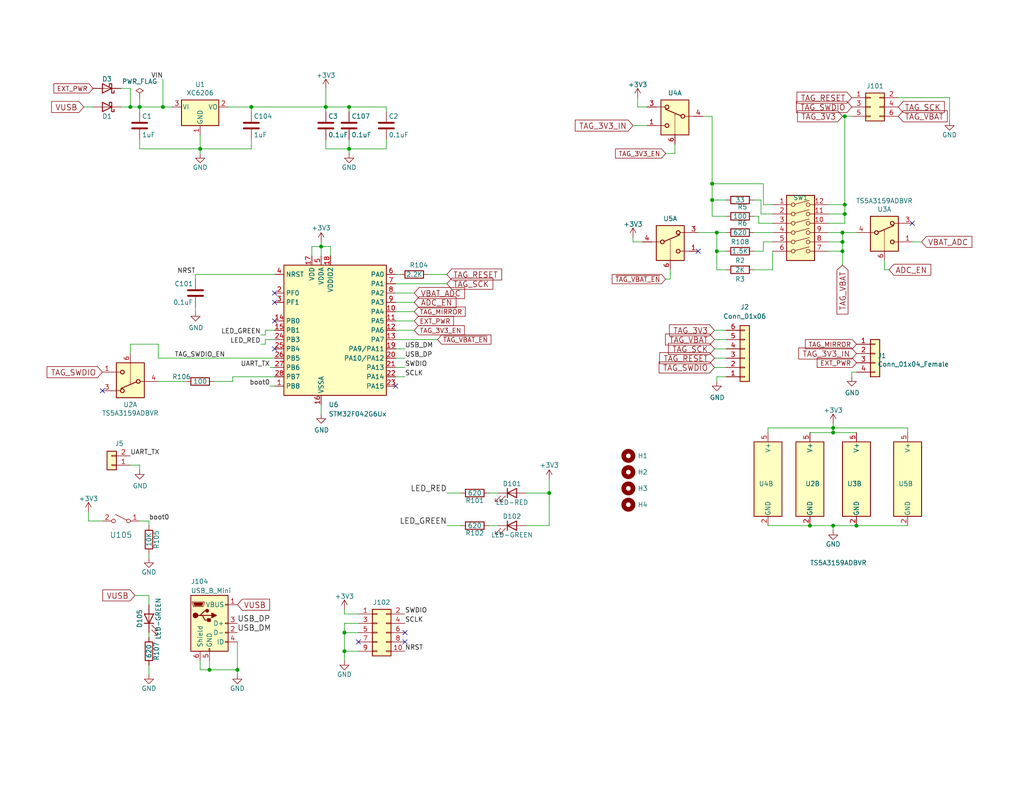
<source format=kicad_sch>
(kicad_sch (version 20211123) (generator eeschema)
  (paper "USLetter")
  (title_block (title "BitTag Base for JLCPCB fab  v7") (date "2023-05-31") (rev "7 "))
  (lib_symbols
    (symbol "Analog_Switch:TS5A3159ADBVR" (pin_names (offset 0.127))
      (property "Reference" "U" (at -3.175 4.699 0))
      (property "Value" "TS5A3159ADBVR" (at -3.175 2.921 0))
      (symbol "TS5A3159ADBVR_1_1"
        (pin passive line (at 7.62 -5.08 180) (length 2.54) (name "~") (number "1"))
        (pin passive line (at 7.62 0 180) (length 2.54) (name "~") (number "3"))
        (pin passive line (at -7.62 -2.54 0) (length 2.54) (name "~") (number "4"))
        (pin input line (at 0 -10.16 90) (length 2.54) (name "~") (number "6"))
      )
      (symbol "TS5A3159ADBVR_2_0"
        (pin power_in line (at 0 -12.7 90) (length 2.54) (name "GND") (number "2"))
        (pin power_in line (at 0 12.7 270) (length 2.54) (name "V+") (number "5"))
      )
    )
    (symbol "Connector:USB_B_Mini" (pin_names (offset 1.016))
      (property "Reference" "J" (at -5.08 11.43 0))
      (property "Value" "USB_B_Mini" (at -5.08 8.89 0))
      (symbol "USB_B_Mini_1_1"
        (pin power_out line (at 7.62 5.08 180) (length 2.54) (name "VBUS") (number "1"))
        (pin bidirectional line (at 7.62 -2.54 180) (length 2.54) (name "D-") (number "2"))
        (pin bidirectional line (at 7.62 0 180) (length 2.54) (name "D+") (number "3"))
        (pin passive line (at 7.62 -5.08 180) (length 2.54) (name "ID") (number "4"))
        (pin power_out line (at 0 -10.16 90) (length 2.54) (name "GND") (number "5"))
        (pin passive line (at -2.54 -10.16 90) (length 2.54) (name "Shield") (number "6"))
      )
    )
    (symbol "Connector_Generic:Conn_01x02" (pin_names (offset 1.016) hide)
      (property "Reference" "J" (at 0 2.54 0))
      (property "Value" "Conn_01x02" (at 0 -5.08 0))
      (symbol "Conn_01x02_1_1"
        (pin passive line (at -5.08 0 0) (length 3.81) (name "Pin_1") (number "1"))
        (pin passive line (at -5.08 -2.54 0) (length 3.81) (name "Pin_2") (number "2"))
      )
    )
    (symbol "Connector_Generic:Conn_01x04" (pin_names (offset 1.016) hide)
      (property "Reference" "J" (at 0 5.08 0))
      (property "Value" "Conn_01x04" (at 0 -7.62 0))
      (symbol "Conn_01x04_1_1"
        (pin passive line (at -5.08 2.54 0) (length 3.81) (name "Pin_1") (number "1"))
        (pin passive line (at -5.08 0 0) (length 3.81) (name "Pin_2") (number "2"))
        (pin passive line (at -5.08 -2.54 0) (length 3.81) (name "Pin_3") (number "3"))
        (pin passive line (at -5.08 -5.08 0) (length 3.81) (name "Pin_4") (number "4"))
      )
    )
    (symbol "Connector_Generic:Conn_01x06" (pin_names (offset 1.016) hide)
      (property "Reference" "J" (at 0 7.62 0))
      (property "Value" "Conn_01x06" (at 0 -10.16 0))
      (symbol "Conn_01x06_1_1"
        (pin passive line (at -5.08 5.08 0) (length 3.81) (name "Pin_1") (number "1"))
        (pin passive line (at -5.08 2.54 0) (length 3.81) (name "Pin_2") (number "2"))
        (pin passive line (at -5.08 0 0) (length 3.81) (name "Pin_3") (number "3"))
        (pin passive line (at -5.08 -2.54 0) (length 3.81) (name "Pin_4") (number "4"))
        (pin passive line (at -5.08 -5.08 0) (length 3.81) (name "Pin_5") (number "5"))
        (pin passive line (at -5.08 -7.62 0) (length 3.81) (name "Pin_6") (number "6"))
      )
    )
    (symbol "Connector_Generic:Conn_02x03_Odd_Even" (pin_names (offset 1.016) hide)
      (property "Reference" "J" (at 1.27 5.08 0))
      (property "Value" "Conn_02x03_Odd_Even" (at 1.27 -5.08 0))
      (symbol "Conn_02x03_Odd_Even_1_1"
        (pin passive line (at -5.08 2.54 0) (length 3.81) (name "Pin_1") (number "1"))
        (pin passive line (at 7.62 2.54 180) (length 3.81) (name "Pin_2") (number "2"))
        (pin passive line (at -5.08 0 0) (length 3.81) (name "Pin_3") (number "3"))
        (pin passive line (at 7.62 0 180) (length 3.81) (name "Pin_4") (number "4"))
        (pin passive line (at -5.08 -2.54 0) (length 3.81) (name "Pin_5") (number "5"))
        (pin passive line (at 7.62 -2.54 180) (length 3.81) (name "Pin_6") (number "6"))
      )
    )
    (symbol "Connector_Generic:Conn_02x05_Odd_Even" (pin_names (offset 1.016) hide)
      (property "Reference" "J" (at 1.27 7.62 0))
      (property "Value" "Conn_02x05_Odd_Even" (at 1.27 -7.62 0))
      (symbol "Conn_02x05_Odd_Even_1_1"
        (pin passive line (at -5.08 5.08 0) (length 3.81) (name "Pin_1") (number "1"))
        (pin passive line (at 7.62 -5.08 180) (length 3.81) (name "Pin_10") (number "10"))
        (pin passive line (at 7.62 5.08 180) (length 3.81) (name "Pin_2") (number "2"))
        (pin passive line (at -5.08 2.54 0) (length 3.81) (name "Pin_3") (number "3"))
        (pin passive line (at 7.62 2.54 180) (length 3.81) (name "Pin_4") (number "4"))
        (pin passive line (at -5.08 0 0) (length 3.81) (name "Pin_5") (number "5"))
        (pin passive line (at 7.62 0 180) (length 3.81) (name "Pin_6") (number "6"))
        (pin passive line (at -5.08 -2.54 0) (length 3.81) (name "Pin_7") (number "7"))
        (pin passive line (at 7.62 -2.54 180) (length 3.81) (name "Pin_8") (number "8"))
        (pin passive line (at -5.08 -5.08 0) (length 3.81) (name "Pin_9") (number "9"))
      )
    )
    (symbol "Device:C" (pin_numbers hide) (pin_names (offset 0.254))
      (property "Reference" "C" (at 0.635 2.54 0))
      (property "Value" "C" (at 0.635 -2.54 0))
      (symbol "C_1_1"
        (pin passive line (at 0 3.81 270) (length 2.794) (name "~") (number "1"))
        (pin passive line (at 0 -3.81 90) (length 2.794) (name "~") (number "2"))
      )
    )
    (symbol "Device:D_Schottky" (pin_numbers hide) (pin_names (offset 1.016) hide)
      (property "Reference" "D" (at 0 2.54 0))
      (property "Value" "D_Schottky" (at 0 -2.54 0))
      (symbol "D_Schottky_1_1"
        (pin passive line (at -3.81 0 0) (length 2.54) (name "K") (number "1"))
        (pin passive line (at 3.81 0 180) (length 2.54) (name "A") (number "2"))
      )
    )
    (symbol "Device:LED" (pin_numbers hide) (pin_names (offset 1.016) hide)
      (property "Reference" "D" (at 0 2.54 0))
      (property "Value" "LED" (at 0 -2.54 0))
      (symbol "LED_1_1"
        (pin passive line (at -3.81 0 0) (length 2.54) (name "K") (number "1"))
        (pin passive line (at 3.81 0 180) (length 2.54) (name "A") (number "2"))
      )
    )
    (symbol "Device:R" (pin_numbers hide) (pin_names (offset 0))
      (property "Reference" "R" (at 2.032 0 90))
      (property "Value" "R" (at 0 0 90))
      (symbol "R_1_1"
        (pin passive line (at 0 3.81 270) (length 1.27) (name "~") (number "1"))
        (pin passive line (at 0 -3.81 90) (length 1.27) (name "~") (number "2"))
      )
    )
    (symbol "MCU_ST_STM32F0:STM32F042G6Ux"
      (property "Reference" "U" (at -15.24 19.05 0))
      (property "Value" "STM32F042G6Ux" (at 0 19.05 0))
      (symbol "STM32F042G6Ux_1_1"
        (pin bidirectional line (at -17.78 -15.24 0) (length 2.54) (name "PB8") (number "1"))
        (pin bidirectional line (at 15.24 5.08 180) (length 2.54) (name "PA4") (number "10"))
        (pin bidirectional line (at 15.24 2.54 180) (length 2.54) (name "PA5") (number "11"))
        (pin bidirectional line (at 15.24 0 180) (length 2.54) (name "PA6") (number "12"))
        (pin bidirectional line (at 15.24 -2.54 180) (length 2.54) (name "PA7") (number "13"))
        (pin bidirectional line (at -17.78 2.54 0) (length 2.54) (name "PB0") (number "14"))
        (pin bidirectional line (at -17.78 0 0) (length 2.54) (name "PB1") (number "15"))
        (pin power_in line (at -5.08 -20.32 90) (length 2.54) (name "VSSA") (number "16"))
        (pin power_in line (at -7.62 20.32 270) (length 2.54) (name "VDD") (number "17"))
        (pin power_in line (at -2.54 20.32 270) (length 2.54) (name "VDDIO2") (number "18"))
        (pin bidirectional line (at 15.24 -5.08 180) (length 2.54) (name "PA9/PA11") (number "19"))
        (pin input line (at -17.78 10.16 0) (length 2.54) (name "PF0") (number "2"))
        (pin bidirectional line (at 15.24 -7.62 180) (length 2.54) (name "PA10/PA12") (number "20"))
        (pin bidirectional line (at 15.24 -10.16 180) (length 2.54) (name "PA13") (number "21"))
        (pin bidirectional line (at 15.24 -12.7 180) (length 2.54) (name "PA14") (number "22"))
        (pin bidirectional line (at 15.24 -15.24 180) (length 2.54) (name "PA15") (number "23"))
        (pin bidirectional line (at -17.78 -2.54 0) (length 2.54) (name "PB3") (number "24"))
        (pin bidirectional line (at -17.78 -5.08 0) (length 2.54) (name "PB4") (number "25"))
        (pin bidirectional line (at -17.78 -7.62 0) (length 2.54) (name "PB5") (number "26"))
        (pin bidirectional line (at -17.78 -10.16 0) (length 2.54) (name "PB6") (number "27"))
        (pin bidirectional line (at -17.78 -12.7 0) (length 2.54) (name "PB7") (number "28"))
        (pin input line (at -17.78 7.62 0) (length 2.54) (name "PF1") (number "3"))
        (pin input line (at -17.78 15.24 0) (length 2.54) (name "NRST") (number "4"))
        (pin power_in line (at -5.08 20.32 270) (length 2.54) (name "VDDA") (number "5"))
        (pin bidirectional line (at 15.24 15.24 180) (length 2.54) (name "PA0") (number "6"))
        (pin bidirectional line (at 15.24 12.7 180) (length 2.54) (name "PA1") (number "7"))
        (pin bidirectional line (at 15.24 10.16 180) (length 2.54) (name "PA2") (number "8"))
        (pin bidirectional line (at 15.24 7.62 180) (length 2.54) (name "PA3") (number "9"))
      )
    )
    (symbol "Mechanical:MountingHole" (pin_names (offset 1.016))
      (property "Reference" "H" (at 0 5.08 0))
      (property "Value" "MountingHole" (at 0 3.175 0))
    )
    (symbol "Regulator_Linear:XC6206PxxxMR" (pin_names (offset 0.254))
      (property "Reference" "U" (at -3.81 3.175 0))
      (property "Value" "XC6206PxxxMR" (at 0 3.175 0))
      (symbol "XC6206PxxxMR_1_1"
        (pin power_in line (at 0 -7.62 90) (length 2.54) (name "GND") (number "1"))
        (pin power_out line (at 7.62 0 180) (length 2.54) (name "VO") (number "2"))
        (pin power_in line (at -7.62 0 0) (length 2.54) (name "VI") (number "3"))
      )
    )
    (symbol "Switch:SW_DIP_x06" (pin_names (offset 0) hide)
      (property "Reference" "SW" (at 0 11.43 0))
      (property "Value" "SW_DIP_x06" (at 0 -8.89 0))
      (symbol "SW_DIP_x06_1_1"
        (pin passive line (at -7.62 7.62 0) (length 5.08) (name "~") (number "1"))
        (pin passive line (at 7.62 2.54 180) (length 5.08) (name "~") (number "10"))
        (pin passive line (at 7.62 5.08 180) (length 5.08) (name "~") (number "11"))
        (pin passive line (at 7.62 7.62 180) (length 5.08) (name "~") (number "12"))
        (pin passive line (at -7.62 5.08 0) (length 5.08) (name "~") (number "2"))
        (pin passive line (at -7.62 2.54 0) (length 5.08) (name "~") (number "3"))
        (pin passive line (at -7.62 0 0) (length 5.08) (name "~") (number "4"))
        (pin passive line (at -7.62 -2.54 0) (length 5.08) (name "~") (number "5"))
        (pin passive line (at -7.62 -5.08 0) (length 5.08) (name "~") (number "6"))
        (pin passive line (at 7.62 -5.08 180) (length 5.08) (name "~") (number "7"))
        (pin passive line (at 7.62 -2.54 180) (length 5.08) (name "~") (number "8"))
        (pin passive line (at 7.62 0 180) (length 5.08) (name "~") (number "9"))
      )
    )
    (symbol "Switch:SW_SPST" (pin_names (offset 0) hide)
      (property "Reference" "SW" (at 0 3.175 0))
      (property "Value" "SW_SPST" (at 0 -2.54 0))
      (symbol "SW_SPST_1_1"
        (pin passive line (at -5.08 0 0) (length 2.54) (name "A") (number "1"))
        (pin passive line (at 5.08 0 180) (length 2.54) (name "B") (number "2"))
      )
    )
    (symbol "power:+3V3" (power) (pin_names (offset 0))
      (property "Value" "+3V3" (at 0 3.556 0))
      (symbol "+3V3_1_1"
        (pin power_in line (at 0 0 90) (length 0) hide (name "+3V3") (number "1"))
      )
    )
    (symbol "power:GND" (power) (pin_names (offset 0))
      (property "Value" "GND" (at 0 -3.81 0))
      (symbol "GND_1_1"
        (pin power_in line (at 0 0 270) (length 0) hide (name "GND") (number "1"))
      )
    )
    (symbol "power:PWR_FLAG" (power) (pin_numbers hide) (pin_names (offset 0) hide)
      (property "Value" "PWR_FLAG" (at 0 3.81 0))
      (symbol "PWR_FLAG_0_0"
        (pin power_out line (at 0 0 90) (length 0) (name "pwr") (number "1"))
      )
    )
  )
  (junction (at 64.77 182.88))
  (junction (at 229.87 63.5))
  (junction (at 93.98 177.8))
  (junction (at 95.25 40.64))
  (junction (at 57.15 182.88))
  (junction (at 230.505 31.75))
  (junction (at 220.98 143.51))
  (junction (at 227.33 118.11))
  (junction (at 227.33 143.51))
  (junction (at 194.31 50.165))
  (junction (at 44.45 29.21))
  (junction (at 35.56 29.21))
  (junction (at 95.25 29.21))
  (junction (at 230.505 58.42))
  (junction (at 88.9 29.21))
  (junction (at 227.33 116.84))
  (junction (at 87.63 67.31))
  (junction (at 233.68 143.51))
  (junction (at 68.58 29.21))
  (junction (at 195.58 63.5))
  (junction (at 93.98 172.72))
  (junction (at 195.58 68.58))
  (junction (at 230.505 55.88))
  (junction (at 54.61 40.64))
  (junction (at 194.31 54.61))
  (junction (at 229.87 68.58))
  (junction (at 149.86 134.62))
  (junction (at 229.87 66.04))
  (junction (at 38.1 29.21))
  (no_connect (at 97.79 175.26))
  (no_connect (at 74.93 80.01))
  (no_connect (at 27.94 106.68))
  (no_connect (at 110.49 175.26))
  (no_connect (at 190.5 68.58))
  (no_connect (at 74.93 82.55))
  (no_connect (at 110.49 172.72))
  (no_connect (at 74.93 87.63))
  (no_connect (at 107.95 105.41))
  (no_connect (at 74.93 95.25))
  (no_connect (at 248.92 60.96))
  (wire (pts (xy 33.02 29.21) (xy 35.56 29.21)))
  (wire (pts (xy 88.9 29.21) (xy 95.25 29.21)))
  (wire (pts (xy 194.31 54.61) (xy 194.31 59.055)))
  (wire (pts (xy 209.55 143.51) (xy 220.98 143.51)))
  (wire (pts (xy 133.35 143.51) (xy 135.89 143.51)))
  (wire (pts (xy 93.98 172.72) (xy 93.98 177.8)))
  (wire (pts (xy 107.95 87.63) (xy 113.03 87.63)))
  (wire (pts (xy 107.95 85.09) (xy 113.03 85.09)))
  (wire (pts (xy 53.34 74.93) (xy 74.93 74.93)))
  (wire (pts (xy 35.56 24.13) (xy 35.56 29.21)))
  (wire (pts (xy 72.39 91.44) (xy 72.39 90.17)))
  (wire (pts (xy 149.86 134.62) (xy 149.86 130.81)))
  (wire (pts (xy 198.12 68.58) (xy 195.58 68.58)))
  (wire (pts (xy 181.61 41.91) (xy 184.15 41.91)))
  (wire (pts (xy 208.28 50.165) (xy 194.31 50.165)))
  (wire (pts (xy 227.33 116.84) (xy 247.65 116.84)))
  (wire (pts (xy 176.53 29.21) (xy 173.99 29.21)))
  (wire (pts (xy 194.945 92.71) (xy 198.12 92.71)))
  (wire (pts (xy 93.98 170.18) (xy 93.98 172.72)))
  (wire (pts (xy 194.31 54.61) (xy 198.12 54.61)))
  (wire (pts (xy 194.945 95.25) (xy 198.12 95.25)))
  (wire (pts (xy 195.58 73.66) (xy 198.12 73.66)))
  (wire (pts (xy 133.35 134.62) (xy 135.89 134.62)))
  (wire (pts (xy 38.1 142.24) (xy 40.64 142.24)))
  (wire (pts (xy 230.505 31.75) (xy 232.41 31.75)))
  (wire (pts (xy 107.95 102.87) (xy 110.49 102.87)))
  (wire (pts (xy 208.28 66.04) (xy 208.28 68.58)))
  (wire (pts (xy 143.51 143.51) (xy 149.86 143.51)))
  (wire (pts (xy 208.28 68.58) (xy 205.74 68.58)))
  (wire (pts (xy 226.06 63.5) (xy 229.87 63.5)))
  (wire (pts (xy 107.95 97.79) (xy 110.49 97.79)))
  (wire (pts (xy 191.77 31.75) (xy 194.31 31.75)))
  (wire (pts (xy 198.12 102.87) (xy 195.58 102.87)))
  (wire (pts (xy 172.72 34.29) (xy 176.53 34.29)))
  (wire (pts (xy 40.64 151.13) (xy 40.64 152.4)))
  (wire (pts (xy 229.87 66.04) (xy 229.87 63.5)))
  (wire (pts (xy 87.63 67.31) (xy 90.17 67.31)))
  (wire (pts (xy 57.15 182.88) (xy 54.61 182.88)))
  (wire (pts (xy 230.505 31.75) (xy 230.505 55.88)))
  (wire (pts (xy 53.34 76.2) (xy 53.34 74.93)))
  (wire (pts (xy 107.95 100.33) (xy 110.49 100.33)))
  (wire (pts (xy 40.64 172.72) (xy 40.64 173.99)))
  (wire (pts (xy 35.56 93.98) (xy 35.56 96.52)))
  (wire (pts (xy 245.11 26.67) (xy 259.08 26.67)))
  (wire (pts (xy 54.61 40.64) (xy 54.61 41.91)))
  (wire (pts (xy 58.42 104.14) (xy 63.5 104.14)))
  (wire (pts (xy 194.945 90.17) (xy 198.12 90.17)))
  (wire (pts (xy 72.39 93.98) (xy 72.39 92.71)))
  (wire (pts (xy 198.12 63.5) (xy 195.58 63.5)))
  (wire (pts (xy 209.55 116.84) (xy 227.33 116.84)))
  (wire (pts (xy 53.34 83.82) (xy 53.34 85.09)))
  (wire (pts (xy 230.505 60.96) (xy 226.06 60.96)))
  (wire (pts (xy 107.95 74.93) (xy 109.22 74.93)))
  (wire (pts (xy 93.98 177.8) (xy 93.98 180.34)))
  (wire (pts (xy 143.51 134.62) (xy 149.86 134.62)))
  (wire (pts (xy 68.58 29.21) (xy 68.58 30.48)))
  (wire (pts (xy 87.63 67.31) (xy 87.63 69.85)))
  (wire (pts (xy 107.95 80.01) (xy 113.03 80.01)))
  (wire (pts (xy 194.945 100.33) (xy 198.12 100.33)))
  (wire (pts (xy 184.15 41.91) (xy 184.15 39.37)))
  (wire (pts (xy 207.01 59.055) (xy 207.01 60.96)))
  (wire (pts (xy 40.64 162.56) (xy 36.83 162.56)))
  (wire (pts (xy 107.95 77.47) (xy 121.92 77.47)))
  (wire (pts (xy 72.39 90.17) (xy 74.93 90.17)))
  (wire (pts (xy 43.18 104.14) (xy 50.8 104.14)))
  (wire (pts (xy 38.1 26.67) (xy 38.1 29.21)))
  (wire (pts (xy 226.06 58.42) (xy 230.505 58.42)))
  (wire (pts (xy 95.25 29.21) (xy 105.41 29.21)))
  (wire (pts (xy 35.56 29.21) (xy 38.1 29.21)))
  (wire (pts (xy 64.77 182.88) (xy 64.77 184.15)))
  (wire (pts (xy 97.79 172.72) (xy 93.98 172.72)))
  (wire (pts (xy 230.505 58.42) (xy 230.505 60.96)))
  (wire (pts (xy 205.74 54.61) (xy 207.645 54.61)))
  (wire (pts (xy 43.18 93.98) (xy 43.18 97.79)))
  (wire (pts (xy 73.66 105.41) (xy 74.93 105.41)))
  (wire (pts (xy 57.15 180.34) (xy 57.15 182.88)))
  (wire (pts (xy 210.82 55.88) (xy 208.28 55.88)))
  (wire (pts (xy 233.68 143.51) (xy 247.65 143.51)))
  (wire (pts (xy 229.87 63.5) (xy 233.68 63.5)))
  (wire (pts (xy 226.06 66.04) (xy 229.87 66.04)))
  (wire (pts (xy 121.92 134.62) (xy 125.73 134.62)))
  (wire (pts (xy 90.17 67.31) (xy 90.17 69.85)))
  (wire (pts (xy 181.61 76.2) (xy 182.88 76.2)))
  (wire (pts (xy 241.3 73.66) (xy 242.57 73.66)))
  (wire (pts (xy 116.84 74.93) (xy 121.92 74.93)))
  (wire (pts (xy 229.87 31.75) (xy 230.505 31.75)))
  (wire (pts (xy 121.92 143.51) (xy 125.73 143.51)))
  (wire (pts (xy 210.82 73.66) (xy 205.74 73.66)))
  (wire (pts (xy 38.1 127) (xy 38.1 128.27)))
  (wire (pts (xy 95.25 29.21) (xy 95.25 30.48)))
  (wire (pts (xy 194.31 59.055) (xy 198.12 59.055)))
  (wire (pts (xy 195.58 68.58) (xy 195.58 73.66)))
  (wire (pts (xy 87.63 110.49) (xy 87.63 113.03)))
  (wire (pts (xy 207.645 58.42) (xy 210.82 58.42)))
  (wire (pts (xy 107.95 90.17) (xy 113.03 90.17)))
  (wire (pts (xy 205.74 63.5) (xy 210.82 63.5)))
  (wire (pts (xy 97.79 177.8) (xy 93.98 177.8)))
  (wire (pts (xy 93.98 166.37) (xy 93.98 167.64)))
  (wire (pts (xy 88.9 30.48) (xy 88.9 29.21)))
  (wire (pts (xy 248.92 66.04) (xy 251.46 66.04)))
  (wire (pts (xy 54.61 36.83) (xy 54.61 40.64)))
  (wire (pts (xy 230.505 55.88) (xy 230.505 58.42)))
  (wire (pts (xy 68.58 29.21) (xy 88.9 29.21)))
  (wire (pts (xy 87.63 67.31) (xy 85.09 67.31)))
  (wire (pts (xy 205.74 59.055) (xy 207.01 59.055)))
  (wire (pts (xy 247.65 116.84) (xy 247.65 118.11)))
  (wire (pts (xy 85.09 67.31) (xy 85.09 69.85)))
  (wire (pts (xy 194.31 31.75) (xy 194.31 50.165)))
  (wire (pts (xy 229.87 68.58) (xy 229.87 66.04)))
  (wire (pts (xy 182.88 76.2) (xy 182.88 73.66)))
  (wire (pts (xy 107.95 95.25) (xy 110.49 95.25)))
  (wire (pts (xy 64.77 182.88) (xy 57.15 182.88)))
  (wire (pts (xy 207.645 54.61) (xy 207.645 58.42)))
  (wire (pts (xy 232.41 101.6) (xy 232.41 102.87)))
  (wire (pts (xy 208.28 55.88) (xy 208.28 50.165)))
  (wire (pts (xy 54.61 40.64) (xy 68.58 40.64)))
  (wire (pts (xy 194.31 50.165) (xy 194.31 54.61)))
  (wire (pts (xy 210.82 68.58) (xy 210.82 73.66)))
  (wire (pts (xy 95.25 38.1) (xy 95.25 40.64)))
  (wire (pts (xy 107.95 92.71) (xy 119.38 92.71)))
  (wire (pts (xy 88.9 24.13) (xy 88.9 29.21)))
  (wire (pts (xy 87.63 66.04) (xy 87.63 67.31)))
  (wire (pts (xy 226.06 68.58) (xy 229.87 68.58)))
  (wire (pts (xy 190.5 63.5) (xy 195.58 63.5)))
  (wire (pts (xy 68.58 40.64) (xy 68.58 38.1)))
  (wire (pts (xy 71.12 91.44) (xy 72.39 91.44)))
  (wire (pts (xy 44.45 21.59) (xy 44.45 29.21)))
  (wire (pts (xy 72.39 92.71) (xy 74.93 92.71)))
  (wire (pts (xy 195.58 63.5) (xy 195.58 68.58)))
  (wire (pts (xy 38.1 40.64) (xy 54.61 40.64)))
  (wire (pts (xy 38.1 38.1) (xy 38.1 40.64)))
  (wire (pts (xy 105.41 40.64) (xy 95.25 40.64)))
  (wire (pts (xy 149.86 143.51) (xy 149.86 134.62)))
  (wire (pts (xy 107.95 82.55) (xy 113.03 82.55)))
  (wire (pts (xy 38.1 29.21) (xy 38.1 30.48)))
  (wire (pts (xy 74.93 102.87) (xy 63.5 102.87)))
  (wire (pts (xy 220.98 118.11) (xy 227.33 118.11)))
  (wire (pts (xy 43.18 93.98) (xy 35.56 93.98)))
  (wire (pts (xy 209.55 116.84) (xy 209.55 118.11)))
  (wire (pts (xy 227.33 118.11) (xy 233.68 118.11)))
  (wire (pts (xy 173.99 26.67) (xy 173.99 29.21)))
  (wire (pts (xy 38.1 29.21) (xy 44.45 29.21)))
  (wire (pts (xy 172.72 66.04) (xy 175.26 66.04)))
  (wire (pts (xy 35.56 127) (xy 38.1 127)))
  (wire (pts (xy 73.66 100.33) (xy 74.93 100.33)))
  (wire (pts (xy 105.41 29.21) (xy 105.41 30.48)))
  (wire (pts (xy 40.64 181.61) (xy 40.64 184.15)))
  (wire (pts (xy 233.68 101.6) (xy 232.41 101.6)))
  (wire (pts (xy 44.45 29.21) (xy 46.99 29.21)))
  (wire (pts (xy 22.86 29.21) (xy 25.4 29.21)))
  (wire (pts (xy 194.945 97.79) (xy 198.12 97.79)))
  (wire (pts (xy 62.23 29.21) (xy 68.58 29.21)))
  (wire (pts (xy 220.98 143.51) (xy 227.33 143.51)))
  (wire (pts (xy 241.3 71.12) (xy 241.3 73.66)))
  (wire (pts (xy 40.64 143.51) (xy 40.64 142.24)))
  (wire (pts (xy 24.13 142.24) (xy 27.94 142.24)))
  (wire (pts (xy 35.56 24.13) (xy 33.02 24.13)))
  (wire (pts (xy 88.9 38.1) (xy 88.9 40.64)))
  (wire (pts (xy 40.64 165.1) (xy 40.64 162.56)))
  (wire (pts (xy 227.33 115.57) (xy 227.33 116.84)))
  (wire (pts (xy 105.41 38.1) (xy 105.41 40.64)))
  (wire (pts (xy 229.87 68.58) (xy 229.87 72.39)))
  (wire (pts (xy 74.93 97.79) (xy 43.18 97.79)))
  (wire (pts (xy 210.82 66.04) (xy 208.28 66.04)))
  (wire (pts (xy 227.33 116.84) (xy 227.33 118.11)))
  (wire (pts (xy 71.12 93.98) (xy 72.39 93.98)))
  (wire (pts (xy 54.61 182.88) (xy 54.61 180.34)))
  (wire (pts (xy 226.06 55.88) (xy 230.505 55.88)))
  (wire (pts (xy 63.5 102.87) (xy 63.5 104.14)))
  (wire (pts (xy 93.98 167.64) (xy 97.79 167.64)))
  (wire (pts (xy 97.79 170.18) (xy 93.98 170.18)))
  (wire (pts (xy 64.77 175.26) (xy 64.77 182.88)))
  (wire (pts (xy 227.33 143.51) (xy 227.33 144.78)))
  (wire (pts (xy 88.9 40.64) (xy 95.25 40.64)))
  (wire (pts (xy 95.25 40.64) (xy 95.25 41.91)))
  (wire (pts (xy 24.13 139.7) (xy 24.13 142.24)))
  (wire (pts (xy 207.01 60.96) (xy 210.82 60.96)))
  (wire (pts (xy 195.58 102.87) (xy 195.58 104.14)))
  (wire (pts (xy 233.68 143.51) (xy 227.33 143.51)))
  (wire (pts (xy 172.72 64.77) (xy 172.72 66.04)))
  (wire (pts (xy 259.08 26.67) (xy 259.08 33.02)))
  (label "USB_DP" (at 64.77 170.18 0) (effects (font (size 1.524 1.524))))
  (label "LED_GREEN" (at 121.92 143.51 180) (effects (font (size 1.524 1.524))))
  (label "USB_DM" (at 110.49 95.25 0))
  (label "SCLK" (at 110.49 102.87 0))
  (label "SWDIO" (at 110.49 100.33 0))
  (label "NRST" (at 53.34 74.93 180))
  (label "boot0" (at 73.66 105.41 180))
  (label "LED_GREEN" (at 71.12 91.44 180))
  (label "VIN" (at 44.45 21.59 180))
  (label "NRST" (at 110.49 177.8 0))
  (label "UART_TX" (at 73.66 100.33 180))
  (label "SWDIO" (at 110.49 167.64 0))
  (label "USB_DP" (at 110.49 97.79 0))
  (label "TAG_SWDIO_EN" (at 47.625 97.79 0))
  (label "LED_RED" (at 121.92 134.62 180) (effects (font (size 1.524 1.524))))
  (label "boot0" (at 40.64 142.24 0))
  (label "SCLK" (at 110.49 170.18 0))
  (label "LED_RED" (at 71.12 93.98 180))
  (label "USB_DM" (at 64.77 172.72 0) (effects (font (size 1.524 1.524))))
  (label "UART_TX" (at 35.56 124.46 0))
  (global_label "TAG_VBAT" (shape input) (at 245.11 31.75 0) (effects (font (size 1.524 1.524))) (property "Intersheet References" "${INTERSHEET_REFS}" (effects hide)))
  (global_label "TAG_SCK" (shape input) (at 194.945 95.25 180) (effects (font (size 1.524 1.524))) (property "Intersheet References" "${INTERSHEET_REFS}" (effects hide)))
  (global_label "TAG_RESET" (shape input) (at 232.41 26.67 180) (effects (font (size 1.524 1.524))) (property "Intersheet References" "${INTERSHEET_REFS}" (effects hide)))
  (global_label "VUSB" (shape input) (at 22.86 29.21 180) (effects (font (size 1.524 1.524))) (property "Intersheet References" "${INTERSHEET_REFS}" (effects hide)))
  (global_label "VBAT_ADC" (shape input) (at 251.46 66.04 0) (effects (font (size 1.524 1.524))) (property "Intersheet References" "${INTERSHEET_REFS}" (effects hide)))
  (global_label "~{TAG_VBAT_EN}" (shape input) (at 119.38 92.71 0) (property "Intersheet References" "${INTERSHEET_REFS}" (effects hide)))
  (global_label "EXT_PWR" (shape input) (at 25.4 24.13 180) (property "Intersheet References" "${INTERSHEET_REFS}" (effects hide)))
  (global_label "TAG_MIRROR" (shape input) (at 113.03 85.09 0) (property "Intersheet References" "${INTERSHEET_REFS}" (effects hide)))
  (global_label "TAG_3V3_IN" (shape input) (at 233.68 96.52 180) (effects (font (size 1.524 1.524))) (property "Intersheet References" "${INTERSHEET_REFS}" (effects hide)))
  (global_label "ADC_EN" (shape input) (at 113.03 82.55 0) (effects (font (size 1.524 1.524))) (property "Intersheet References" "${INTERSHEET_REFS}" (effects hide)))
  (global_label "TAG_SCK" (shape input) (at 245.11 29.21 0) (effects (font (size 1.524 1.524))) (property "Intersheet References" "${INTERSHEET_REFS}" (effects hide)))
  (global_label "TAG_SWDIO" (shape input) (at 27.94 101.6 180) (effects (font (size 1.524 1.524))) (property "Intersheet References" "${INTERSHEET_REFS}" (effects hide)))
  (global_label "TAG_3V3" (shape input) (at 229.87 31.75 180) (effects (font (size 1.524 1.524))) (property "Intersheet References" "${INTERSHEET_REFS}" (effects hide)))
  (global_label "VBAT_ADC" (shape input) (at 113.03 80.01 0) (effects (font (size 1.524 1.524))) (property "Intersheet References" "${INTERSHEET_REFS}" (effects hide)))
  (global_label "TAG_SCK" (shape input) (at 121.92 77.47 0) (effects (font (size 1.524 1.524))) (property "Intersheet References" "${INTERSHEET_REFS}" (effects hide)))
  (global_label "TAG_SWDIO" (shape input) (at 232.41 29.21 180) (effects (font (size 1.524 1.524))) (property "Intersheet References" "${INTERSHEET_REFS}" (effects hide)))
  (global_label "TAG_MIRROR" (shape input) (at 233.68 93.98 180) (property "Intersheet References" "${INTERSHEET_REFS}" (effects hide)))
  (global_label "VUSB" (shape input) (at 64.77 165.1 0) (effects (font (size 1.524 1.524))) (property "Intersheet References" "${INTERSHEET_REFS}" (effects hide)))
  (global_label "TAG_3V3_EN" (shape input) (at 113.03 90.17 0) (property "Intersheet References" "${INTERSHEET_REFS}" (effects hide)))
  (global_label "TAG_3V3" (shape input) (at 194.945 90.17 180) (effects (font (size 1.524 1.524))) (property "Intersheet References" "${INTERSHEET_REFS}" (effects hide)))
  (global_label "EXT_PWR" (shape input) (at 233.68 99.06 180) (property "Intersheet References" "${INTERSHEET_REFS}" (effects hide)))
  (global_label "ADC_EN" (shape input) (at 242.57 73.66 0) (effects (font (size 1.524 1.524))) (property "Intersheet References" "${INTERSHEET_REFS}" (effects hide)))
  (global_label "TAG_RESET" (shape input) (at 121.92 74.93 0) (effects (font (size 1.524 1.524))) (property "Intersheet References" "${INTERSHEET_REFS}" (effects hide)))
  (global_label "TAG_VBAT" (shape input) (at 194.945 92.71 180) (effects (font (size 1.524 1.524))) (property "Intersheet References" "${INTERSHEET_REFS}" (effects hide)))
  (global_label "VUSB" (shape input) (at 36.83 162.56 180) (effects (font (size 1.524 1.524))) (property "Intersheet References" "${INTERSHEET_REFS}" (effects hide)))
  (global_label "TAG_3V3_IN" (shape input) (at 172.72 34.29 180) (effects (font (size 1.524 1.524))) (property "Intersheet References" "${INTERSHEET_REFS}" (effects hide)))
  (global_label "TAG_SWDIO" (shape input) (at 194.945 100.33 180) (effects (font (size 1.524 1.524))) (property "Intersheet References" "${INTERSHEET_REFS}" (effects hide)))
  (global_label "TAG_3V3_EN" (shape input) (at 181.61 41.91 180) (property "Intersheet References" "${INTERSHEET_REFS}" (effects hide)))
  (global_label "TAG_VBAT" (shape input) (at 229.87 72.39 270) (effects (font (size 1.524 1.524))) (property "Intersheet References" "${INTERSHEET_REFS}" (effects hide)))
  (global_label "~{TAG_VBAT_EN}" (shape input) (at 181.61 76.2 180) (property "Intersheet References" "${INTERSHEET_REFS}" (effects hide)))
  (global_label "EXT_PWR" (shape input) (at 113.03 87.63 0) (property "Intersheet References" "${INTERSHEET_REFS}" (effects hide)))
  (global_label "TAG_RESET" (shape input) (at 194.945 97.79 180) (effects (font (size 1.524 1.524))) (property "Intersheet References" "${INTERSHEET_REFS}" (effects hide)))
  (symbol (lib_id "Connector:USB_B_Mini") (at 57.15 170.18 0) (unit 1)
    (property "Reference" "J104" (at 52.07 158.75 0) (effects (justify left)))
    (property "Value" "USB_B_Mini" (at 52.07 161.29 0) (effects (justify left)))
    (property "Footprint" "tagbase:USB_Mini-B" (effects hide))
    (property "MFN" "SHOU HAN" (effects hide))
    (property "MPN" "MINI 5PTP" (effects hide))
    (property "LCSC" "C2681563" (effects hide))
    (property "JlcRotOffset" "-90" (effects hide))
  )
  (symbol (lib_id "Device:LED") (at 139.7 134.62 0) (unit 1)
    (property "Reference" "D101" (at 139.7 132.08 0))
    (property "Value" "LED-RED" (at 139.7 137.16 0))
    (property "Footprint" "LED_SMD:LED_0603_1608Metric" (effects hide))
    (property "Macrofab" "MF-LED-0603-RED" (effects hide))
    (property "MPN" "KT-0603R" (effects hide))
    (property "LCSC" "C2286" (effects hide))
    (property "MFN" "Hubei KENTO Elec" (effects hide))
  )
  (symbol (lib_id "Device:LED") (at 139.7 143.51 0) (unit 1)
    (property "Reference" "D102" (at 139.7 140.97 0))
    (property "Value" "LED-GREEN" (at 139.7 146.05 0))
    (property "Footprint" "LED_SMD:LED_0603_1608Metric" (effects hide))
    (property "Macrofab" "MF-LED-0603-GREEN" (effects hide))
    (property "MPN" "19-217/GHC-YR1S2/3T" (effects hide))
    (property "LCSC" "C72043" (effects hide))
    (property "MFN" "Everlight Elec" (effects hide))
  )
  (symbol (lib_id "Device:R") (at 129.54 134.62 270) (unit 1)
    (property "Reference" "R101" (at 129.54 136.652 90))
    (property "Value" "620" (at 129.54 134.62 90))
    (property "Footprint" "Resistor_SMD:R_0603_1608Metric" (effects hide))
    (property "LCSC" "C23220" (effects hide))
    (property "MFN" "Uniroyal Elec." (effects hide))
    (property "MPN" "0603WAF6200T5E" (effects hide))
  )
  (symbol (lib_id "Device:R") (at 129.54 143.51 270) (unit 1)
    (property "Reference" "R102" (at 129.54 145.542 90))
    (property "Value" "620" (at 129.54 143.51 90))
    (property "Footprint" "Resistor_SMD:R_0603_1608Metric" (effects hide))
    (property "LCSC" "C23220" (effects hide))
    (property "MFN" "Uniroyal Elec." (effects hide))
    (property "MPN" "0603WAF6200T5E" (effects hide))
  )
  (symbol (lib_id "power:GND") (at 40.64 152.4 0) (mirror y) (unit 1)
    (property "Reference" "#PWR05" (effects hide))
    (property "Value" "GND" (at 40.64 156.21 0))
  )
  (symbol (lib_id "Device:R") (at 40.64 147.32 0) (mirror x) (unit 1)
    (property "Reference" "R105" (at 42.672 147.32 90))
    (property "Value" "10K" (at 40.64 147.32 90))
    (property "Footprint" "Resistor_SMD:R_0603_1608Metric" (effects hide))
    (property "LCSC" "C25804" (effects hide))
    (property "MFN" "Uniroyal Elec." (effects hide))
    (property "MPN" "0603WAF1002T5E" (effects hide))
  )
  (symbol (lib_id "Device:C") (at 53.34 80.01 0) (mirror y) (unit 1)
    (property "Reference" "C101" (at 52.705 77.47 0) (effects (justify left)))
    (property "Value" "0.1uF" (at 52.705 82.55 0) (effects (justify left)))
    (property "Footprint" "Capacitor_SMD:C_0603_1608Metric" (effects hide))
    (property "LCSC" "C14663" (effects hide))
    (property "MFN" "YAGEO" (effects hide))
    (property "MPN" "CC0603KRX7R9BB104" (effects hide))
  )
  (symbol (lib_id "power:+3V3") (at 24.13 139.7 0) (mirror y) (unit 1)
    (property "Reference" "#PWR07" (effects hide))
    (property "Value" "+3V3" (at 24.13 136.144 0))
  )
  (symbol (lib_id "Device:R") (at 54.61 104.14 270) (unit 1)
    (property "Reference" "R106" (at 49.53 102.87 90))
    (property "Value" "100" (at 54.61 104.14 90))
    (property "Footprint" "Resistor_SMD:R_0603_1608Metric" (effects hide))
    (property "LCSC" "C22775" (effects hide))
    (property "MFN" "Uniroyal Elec." (effects hide))
    (property "MPN" "0603WAF1000T5E" (effects hide))
  )
  (symbol (lib_id "Switch:SW_SPST") (at 33.02 142.24 0) (mirror y) (unit 1)
    (property "Reference" "U105" (at 33.02 146.05 0) (effects (font (size 1.524 1.524))))
    (property "Value" "Tactile Switch" (effects hide))
    (property "Footprint" "tagbase:SW_SPST_TS_1187" (effects hide))
    (property "MFN" "XKB Enterprise" (effects hide))
    (property "MPN" "TS-1187A-C-E-B" (effects hide))
    (property "LCSC" "C318889" (effects hide))
  )
  (symbol (lib_id "power:GND") (at 227.33 144.78 0) (unit 1)
    (property "Reference" "#PWR010" (effects hide))
    (property "Value" "GND" (at 227.33 148.59 0))
  )
  (symbol (lib_id "Device:R") (at 113.03 74.93 270) (unit 1)
    (property "Reference" "R104" (at 114.3 72.39 90))
    (property "Value" "2.2K" (at 113.03 74.93 90))
    (property "Footprint" "Resistor_SMD:R_0603_1608Metric" (effects hide))
    (property "LCSC" "C4190" (effects hide))
    (property "MFN" "Uniroyal Elec." (effects hide))
    (property "MPN" "0603WAF1002T5E" (effects hide))
  )
  (symbol (lib_id "Device:C") (at 95.25 34.29 0) (unit 1)
    (property "Reference" "C107" (at 95.885 31.75 0) (effects (justify left)))
    (property "Value" "0.1uF" (at 95.885 36.83 0) (effects (justify left)))
    (property "Footprint" "Capacitor_SMD:C_0603_1608Metric" (effects hide))
    (property "LCSC" "C14663" (effects hide))
    (property "MFN" "YAGEO" (effects hide))
    (property "MPN" "CC0603KRX7R9BB104" (effects hide))
  )
  (symbol (lib_id "power:GND") (at 54.61 41.91 0) (unit 1)
    (property "Reference" "#PWR0102" (effects hide))
    (property "Value" "GND" (at 54.61 45.72 0))
  )
  (symbol (lib_id "Device:C") (at 68.58 34.29 0) (unit 1)
    (property "Reference" "C104" (at 69.215 31.75 0) (effects (justify left)))
    (property "Value" "1uF" (at 69.215 36.83 0) (effects (justify left)))
    (property "Footprint" "Capacitor_SMD:C_0603_1608Metric" (effects hide))
    (property "LCSC" "C15849" (effects hide))
    (property "MFN" "Samsung Electro-Mechanics" (effects hide))
    (property "MPN" "CL10A105KB8NNNC" (effects hide))
  )
  (symbol (lib_id "power:GND") (at 93.98 180.34 0) (unit 1)
    (property "Reference" "#PWR0113" (effects hide))
    (property "Value" "GND" (at 93.98 184.15 0))
  )
  (symbol (lib_id "power:+3V3") (at 93.98 166.37 0) (unit 1)
    (property "Reference" "#PWR0114" (effects hide))
    (property "Value" "+3V3" (at 93.98 162.814 0))
  )
  (symbol (lib_id "power:GND") (at 64.77 184.15 0) (mirror y) (unit 1)
    (property "Reference" "#PWR0109" (effects hide))
    (property "Value" "GND" (at 64.77 187.96 0))
  )
  (symbol (lib_id "Connector_Generic:Conn_02x03_Odd_Even") (at 237.49 29.21 0) (unit 1) (in_bom no)
    (property "Reference" "J101" (at 238.76 23.495 0))
    (property "Value" "Conn_02x03_Odd_Even" (effects hide))
    (property "Footprint" "tagbase:6pin_tagpoints_new_offset" (effects hide))
    (property "Config" "DNF" (effects hide))
    (property "DISTPN" "SAM8798-ND" (effects hide))
  )
  (symbol (lib_id "power:GND") (at 259.08 33.02 0) (unit 1)
    (property "Reference" "#PWR0112" (effects hide))
    (property "Value" "GND" (at 259.08 36.83 0))
  )
  (symbol (lib_id "Device:R") (at 201.93 63.5 90) (unit 1)
    (property "Reference" "R108" (at 201.93 66.04 90))
    (property "Value" "620" (at 201.93 63.5 90))
    (property "Footprint" "Resistor_SMD:R_0603_1608Metric" (effects hide))
    (property "LCSC" "C23220" (effects hide))
    (property "MFN" "Uniroyal Elec." (effects hide))
    (property "MPN" "0603WAF6200T5E" (effects hide))
  )
  (symbol (lib_id "Device:LED") (at 40.64 168.91 90) (unit 1)
    (property "Reference" "D105" (at 38.1 168.91 0))
    (property "Value" "LED-GREEN" (at 43.18 168.91 0))
    (property "Footprint" "LED_SMD:LED_0603_1608Metric" (effects hide))
    (property "Macrofab" "MF-LED-0603-GREEN" (effects hide))
    (property "MPN" "19-217/GHC-YR1S2/3T" (effects hide))
    (property "LCSC" "C72043" (effects hide))
    (property "MFN" "Everlight Elec" (effects hide))
  )
  (symbol (lib_id "Device:R") (at 40.64 177.8 0) (unit 1)
    (property "Reference" "R107" (at 42.672 177.8 90))
    (property "Value" "620" (at 40.64 177.8 90))
    (property "Footprint" "Resistor_SMD:R_0603_1608Metric" (effects hide))
    (property "LCSC" "C23220" (effects hide))
    (property "MFN" "Uniroyal Elec." (effects hide))
    (property "MPN" "0603WAF6200T5E" (effects hide))
  )
  (symbol (lib_id "power:GND") (at 40.64 184.15 0) (unit 1)
    (property "Reference" "#PWR0101" (effects hide))
    (property "Value" "GND" (at 40.64 187.96 0))
  )
  (symbol (lib_id "Connector_Generic:Conn_02x05_Odd_Even") (at 102.87 172.72 0) (unit 1) (in_bom no)
    (property "Reference" "J102" (at 104.14 164.465 0))
    (property "Value" "Conn_02x05_Odd_Even" (effects hide))
    (property "Footprint" "tagbase:FTSH-105-01-F-D-K" (effects hide))
  )
  (symbol (lib_id "Analog_Switch:TS5A3159ADBVR") (at 35.56 106.68 180) (unit 1)
    (property "Reference" "U2" (at 35.56 110.49 0))
    (property "Value" "TS5A3159ADBVR" (at 35.56 112.8014 0))
    (property "Footprint" "Package_TO_SOT_SMD:SOT-23-6" (effects hide))
    (property "Datasheet" "http://www.ti.com/lit/ds/symlink/ts5a3159a.pdf" (effects hide))
    (property "MFN" "Texas Instruments" (effects hide))
    (property "MPN" "TS5A3159ADBVR" (effects hide))
    (property "LCSC" "C128405" (effects hide))
    (property "JlcRotOffset" "180" (effects hide))
  )
  (symbol (lib_id "Analog_Switch:TS5A3159ADBVR") (at 220.98 130.81 0) (unit 2)
    (property "Reference" "U2" (at 219.71 132.08 0) (effects (justify left)))
    (property "Value" "TS5A3159ADBVR" (at 220.98 153.67 0) (effects (justify left)))
    (property "Footprint" "Package_TO_SOT_SMD:SOT-23-6" (effects hide))
    (property "Datasheet" "http://www.ti.com/lit/ds/symlink/ts5a3159a.pdf" (effects hide))
    (property "LCSC" "C128405" (effects hide))
    (property "MFN" "Texas Instruments" (effects hide))
    (property "MPN" "TS5A3159ADBVR" (effects hide))
    (property "JlcRotOffset" "180" (effects hide))
  )
  (symbol (lib_id "Analog_Switch:TS5A3159ADBVR") (at 233.68 130.81 0) (unit 2)
    (property "Reference" "U3" (at 231.14 132.08 0) (effects (justify left)))
    (property "Value" "TS5A3159ADBVR" (effects hide))
    (property "Footprint" "Package_TO_SOT_SMD:SOT-23-6" (effects hide))
    (property "Datasheet" "http://www.ti.com/lit/ds/symlink/ts5a3159a.pdf" (effects hide))
    (property "LCSC" "C128405" (effects hide))
    (property "MFN" "Texas Instruments" (effects hide))
    (property "MPN" "TS5A3159ADBVR" (effects hide))
    (property "JlcRotOffset" "180" (effects hide))
  )
  (symbol (lib_id "Analog_Switch:TS5A3159ADBVR") (at 241.3 60.96 0) (unit 1)
    (property "Reference" "U3" (at 241.3 57.15 0))
    (property "Value" "TS5A3159ADBVR" (at 241.3 54.8386 0))
    (property "Footprint" "Package_TO_SOT_SMD:SOT-23-6" (effects hide))
    (property "Datasheet" "http://www.ti.com/lit/ds/symlink/ts5a3159a.pdf" (effects hide))
    (property "MFN" "Texas Instruments" (effects hide))
    (property "MPN" "TS5A3159ADBVR" (effects hide))
    (property "LCSC" "C128405" (effects hide))
    (property "JlcRotOffset" "180" (effects hide))
  )
  (symbol (lib_id "Regulator_Linear:XC6206PxxxMR") (at 54.61 29.21 0) (unit 1)
    (property "Reference" "U1" (at 54.61 23.0632 0))
    (property "Value" "XC6206" (at 54.61 25.3746 0))
    (property "Footprint" "Package_TO_SOT_SMD:SOT-23-3" (effects hide))
    (property "Datasheet" "https://www.torexsemi.com/file/xc6206/XC6206.pdf" (effects hide))
    (property "MFN" "Torex" (effects hide))
    (property "MPN" "XC6206P332MR" (effects hide))
    (property "LCSC" "C5446" (effects hide))
    (property "JlcRotOffset" "180" (effects hide))
  )
  (symbol (lib_id "Device:C") (at 38.1 34.29 0) (unit 1)
    (property "Reference" "C1" (at 38.735 31.75 0) (effects (justify left)))
    (property "Value" "1uF" (at 38.735 36.83 0) (effects (justify left)))
    (property "Footprint" "Capacitor_SMD:C_0603_1608Metric" (effects hide))
    (property "LCSC" "C15849" (effects hide))
    (property "MFN" "Samsung Electro-Mechanics" (effects hide))
    (property "MPN" "CL10A105KB8NNNC" (effects hide))
  )
  (symbol (lib_id "power:+3V3") (at 88.9 24.13 0) (unit 1)
    (property "Reference" "#PWR0106" (effects hide))
    (property "Value" "+3V3" (at 88.9 20.574 0))
  )
  (symbol (lib_id "power:GND") (at 95.25 41.91 0) (unit 1)
    (property "Reference" "#PWR0107" (effects hide))
    (property "Value" "GND" (at 95.25 45.72 0))
  )
  (symbol (lib_id "Device:R") (at 201.93 68.58 90) (unit 1)
    (property "Reference" "R2" (at 201.93 71.12 90))
    (property "Value" "1.5K" (at 201.93 68.58 90))
    (property "Footprint" "Resistor_SMD:R_0603_1608Metric" (effects hide))
    (property "LCSC" "C22843" (effects hide))
    (property "MFN" "Uniroyal Elec" (effects hide))
    (property "MPN" "0603WAF1501T5E" (effects hide))
  )
  (symbol (lib_id "Device:R") (at 201.93 73.66 90) (unit 1)
    (property "Reference" "R3" (at 201.93 76.2 90))
    (property "Value" "2K" (at 201.93 73.66 90))
    (property "Footprint" "Resistor_SMD:R_0603_1608Metric" (effects hide))
    (property "LCSC" "C22975" (effects hide))
    (property "MFN" "Uniroyal Elec" (effects hide))
    (property "MPN" "0603WAF2001T5E" (effects hide))
  )
  (symbol (lib_id "Switch:SW_DIP_x06") (at 218.44 63.5 0) (unit 1)
    (property "Reference" "SW1" (at 218.44 53.975 0))
    (property "Value" "SW_DIP_x04" (effects hide))
    (property "Footprint" "Button_Switch_SMD:SW_DIP_SPSTx06_Slide_KingTek_DSHP06TS_W7.62mm_P1.27mm" (effects hide))
    (property "MFN" "kangshen" (effects hide))
    (property "MPN" "DSHP06TSGER" (effects hide))
    (property "LCSC" "C3293146" (effects hide))
    (property "JlcRotOffset" "-90" (effects hide))
  )
  (symbol (lib_id "Connector_Generic:Conn_01x04") (at 238.76 96.52 0) (unit 1) (in_bom no)
    (property "Reference" "J1" (at 239.4458 97.1296 0) (effects (justify left)))
    (property "Value" "Conn_01x04_Female" (at 239.4458 99.441 0) (effects (justify left)))
    (property "Footprint" "Connector_JST:JST_XH_B04B-XH-AM_1x04_P2.50mm_Vertical" (effects hide))
    (property "DISTPN" "455-2237-ND" (effects hide))
  )
  (symbol (lib_id "power:GND") (at 232.41 102.87 0) (unit 1)
    (property "Reference" "#PWR0108" (effects hide))
    (property "Value" "GND" (at 232.537 107.2642 0))
  )
  (symbol (lib_id "Device:D_Schottky") (at 29.21 29.21 180) (unit 1)
    (property "Reference" "D1" (at 29.21 31.75 0))
    (property "Value" "DIODE" (effects hide))
    (property "Footprint" "Diode_SMD:D_SOD-123" (effects hide))
    (property "LCSC" "C8598" (effects hide))
    (property "MFN" "Changjiang Electronics Tech (CJ)" (effects hide))
    (property "MPN" "B5819W" (effects hide))
  )
  (symbol (lib_id "power:PWR_FLAG") (at 38.1 26.67 0) (unit 1)
    (property "Reference" "#FLG0101" (effects hide))
    (property "Value" "PWR_FLAG" (at 38.1 22.2504 0))
  )
  (symbol (lib_id "Analog_Switch:TS5A3159ADBVR") (at 184.15 29.21 0) (mirror y) (unit 1)
    (property "Reference" "U4" (at 184.15 25.4 0))
    (property "Value" "TS5A3159ADBVR" (effects hide))
    (property "Footprint" "Package_TO_SOT_SMD:SOT-23-6" (effects hide))
    (property "Datasheet" "http://www.ti.com/lit/ds/symlink/ts5a3159a.pdf" (effects hide))
    (property "MFN" "Texas Instruments" (effects hide))
    (property "MPN" "TS5A3159ADBVR" (effects hide))
    (property "LCSC" "C128405" (effects hide))
    (property "JlcRotOffset" "180" (effects hide))
  )
  (symbol (lib_id "Analog_Switch:TS5A3159ADBVR") (at 209.55 130.81 0) (unit 2)
    (property "Reference" "U4" (at 207.01 132.08 0) (effects (justify left)))
    (property "Value" "TS5A3159ADBVR" (effects hide))
    (property "Footprint" "Package_TO_SOT_SMD:SOT-23-6" (effects hide))
    (property "Datasheet" "http://www.ti.com/lit/ds/symlink/ts5a3159a.pdf" (effects hide))
    (property "LCSC" "C128405" (effects hide))
    (property "MFN" "Texas Instruments" (effects hide))
    (property "MPN" "TS5A3159ADBVR" (effects hide))
    (property "JlcRotOffset" "180" (effects hide))
  )
  (symbol (lib_id "Analog_Switch:TS5A3159ADBVR") (at 182.88 63.5 0) (unit 1)
    (property "Reference" "U5" (at 182.88 59.69 0))
    (property "Value" "TS5A3159ADBVR" (effects hide))
    (property "Footprint" "Package_TO_SOT_SMD:SOT-23-6" (effects hide))
    (property "Datasheet" "http://www.ti.com/lit/ds/symlink/ts5a3159a.pdf" (effects hide))
    (property "MFN" "Texas Instruments" (effects hide))
    (property "MPN" "TS5A3159ADBVR" (effects hide))
    (property "LCSC" "C128405" (effects hide))
    (property "JlcRotOffset" "180" (effects hide))
  )
  (symbol (lib_id "Analog_Switch:TS5A3159ADBVR") (at 247.65 130.81 0) (unit 2)
    (property "Reference" "U5" (at 245.11 132.08 0) (effects (justify left)))
    (property "Value" "TS5A3159ADBVR" (effects hide))
    (property "Footprint" "Package_TO_SOT_SMD:SOT-23-6" (effects hide))
    (property "Datasheet" "http://www.ti.com/lit/ds/symlink/ts5a3159a.pdf" (effects hide))
    (property "LCSC" "C128405" (effects hide))
    (property "MFN" "Texas Instruments" (effects hide))
    (property "MPN" "TS5A3159ADBVR" (effects hide))
    (property "JlcRotOffset" "180" (effects hide))
  )
  (symbol (lib_id "power:GND") (at 53.34 85.09 0) (unit 1)
    (property "Reference" "#PWR0116" (effects hide))
    (property "Value" "GND" (at 53.467 89.4842 0))
  )
  (symbol (lib_id "power:+3V3") (at 87.63 66.04 0) (unit 1)
    (property "Reference" "#PWR0118" (effects hide))
    (property "Value" "+3V3" (at 87.63 62.23 0))
  )
  (symbol (lib_id "power:GND") (at 87.63 113.03 0) (unit 1)
    (property "Reference" "#PWR0120" (effects hide))
    (property "Value" "GND" (at 87.757 117.4242 0))
  )
  (symbol (lib_id "Connector_Generic:Conn_01x02") (at 30.48 127 180) (unit 1) (in_bom no)
    (property "Reference" "J5" (at 32.5628 121.0818 0))
    (property "Value" "Conn_01x02" (effects hide))
    (property "Footprint" "Connector_PinHeader_2.54mm:PinHeader_1x02_P2.54mm_Vertical" (effects hide))
  )
  (symbol (lib_id "power:GND") (at 38.1 128.27 0) (unit 1)
    (property "Reference" "#PWR0121" (effects hide))
    (property "Value" "GND" (at 38.227 132.6642 0))
  )
  (symbol (lib_id "Device:C") (at 105.41 34.29 0) (unit 1)
    (property "Reference" "C2" (at 106.045 31.75 0) (effects (justify left)))
    (property "Value" "0.1uF" (at 106.045 36.83 0) (effects (justify left)))
    (property "Footprint" "Capacitor_SMD:C_0603_1608Metric" (effects hide))
    (property "LCSC" "C14663" (effects hide))
    (property "MFN" "YAGEO" (effects hide))
    (property "MPN" "CC0603KRX7R9BB104" (effects hide))
  )
  (symbol (lib_id "Device:C") (at 88.9 34.29 0) (unit 1)
    (property "Reference" "C3" (at 89.535 31.75 0) (effects (justify left)))
    (property "Value" "0.1uF" (at 89.535 36.83 0) (effects (justify left)))
    (property "Footprint" "Capacitor_SMD:C_0603_1608Metric" (effects hide))
    (property "LCSC" "C14663" (effects hide))
    (property "MFN" "YAGEO" (effects hide))
    (property "MPN" "CC0603KRX7R9BB104" (effects hide))
  )
  (symbol (lib_id "Device:D_Schottky") (at 29.21 24.13 180) (unit 1)
    (property "Reference" "D3" (at 29.21 21.59 0))
    (property "Value" "DIODE" (effects hide))
    (property "Footprint" "Diode_SMD:D_SOD-123" (effects hide))
    (property "LCSC" "C8598" (effects hide))
    (property "MFN" "Changjiang Electronics Tech (CJ)" (effects hide))
    (property "MPN" "B5819W" (effects hide))
  )
  (symbol (lib_id "power:+3V3") (at 227.33 115.57 0) (unit 1)
    (property "Reference" "#PWR0110" (effects hide))
    (property "Value" "+3V3" (at 227.33 112.014 0))
  )
  (symbol (lib_id "Mechanical:MountingHole") (at 171.45 133.35 0) (unit 1) (in_bom no)
    (property "Reference" "H3" (at 173.99 133.3499 0) (effects (justify left)))
    (property "Value" "MountingHole" (effects hide))
    (property "Footprint" "MountingHole:MountingHole_2.5mm" (effects hide))
  )
  (symbol (lib_id "power:+3V3") (at 149.86 130.81 0) (unit 1)
    (property "Reference" "#PWR0103" (effects hide))
    (property "Value" "+3V3" (at 149.86 127 0))
  )
  (symbol (lib_id "Connector_Generic:Conn_01x06") (at 203.2 97.79 0) (mirror x) (unit 1) (in_bom no)
    (property "Reference" "J2" (at 203.2 83.82 0))
    (property "Value" "Conn_01x06" (at 203.2 86.36 0))
    (property "Footprint" "tagbase:JST_B6B-ZR(LF)(SN)" (effects hide))
  )
  (symbol (lib_id "Device:R") (at 201.93 59.055 270) (unit 1)
    (property "Reference" "R6" (at 202.565 60.96 90))
    (property "Value" "100" (at 201.93 59.055 90))
    (property "Footprint" "Resistor_SMD:R_0603_1608Metric" (effects hide))
    (property "MFN" "Uniroyal" (effects hide))
    (property "MPN" "0603WAF1000T5E" (effects hide))
    (property "LCSC" "C22775 " (effects hide))
  )
  (symbol (lib_id "Mechanical:MountingHole") (at 171.45 128.905 0) (unit 1) (in_bom no)
    (property "Reference" "H2" (at 173.99 128.9049 0) (effects (justify left)))
    (property "Value" "MountingHole" (effects hide))
    (property "Footprint" "MountingHole:MountingHole_2.5mm" (effects hide))
  )
  (symbol (lib_id "power:+3V3") (at 173.99 26.67 0) (unit 1)
    (property "Reference" "#PWR0105" (effects hide))
    (property "Value" "+3V3" (at 173.99 23.114 0))
  )
  (symbol (lib_id "Mechanical:MountingHole") (at 171.45 124.46 0) (unit 1) (in_bom no)
    (property "Reference" "H1" (at 173.99 124.4599 0) (effects (justify left)))
    (property "Value" "MountingHole" (effects hide))
    (property "Footprint" "MountingHole:MountingHole_2.5mm" (effects hide))
  )
  (symbol (lib_id "power:+3V3") (at 172.72 64.77 0) (unit 1)
    (property "Reference" "#PWR0104" (effects hide))
    (property "Value" "+3V3" (at 172.72 61.214 0))
  )
  (symbol (lib_id "Device:R") (at 201.93 54.61 90) (unit 1)
    (property "Reference" "R5" (at 202.565 56.515 90))
    (property "Value" "33" (at 201.93 54.61 90))
    (property "Footprint" "Resistor_SMD:R_0603_1608Metric" (effects hide))
    (property "MFN" "Uniroyal" (effects hide))
    (property "MPN" "0603WAF330JT5E" (effects hide))
    (property "LCSC" "C23140" (effects hide))
  )
  (symbol (lib_id "MCU_ST_STM32F0:STM32F042G6Ux") (at 92.71 90.17 0) (unit 1)
    (property "Reference" "U6" (at 89.6494 110.49 0) (effects (justify left)))
    (property "Value" "STM32F042G6Ux" (at 89.6494 113.03 0) (effects (justify left)))
    (property "Footprint" "Package_DFN_QFN:QFN-28_4x4mm_P0.5mm" (effects hide))
    (property "Datasheet" "http://www.st.com/st-web-ui/static/active/en/resource/technical/document/datasheet/DM00105814.pdf" (effects hide))
    (property "MFN" "STMicroelectronics" (effects hide))
    (property "MPN" "STM32F042G6U6 " (effects hide))
    (property "LCSC" "C961597" (effects hide))
    (property "JlcRotOffset" "-90" (effects hide))
  )
  (symbol (lib_id "Mechanical:MountingHole") (at 171.45 137.795 0) (unit 1) (in_bom no)
    (property "Reference" "H4" (at 173.99 137.7949 0) (effects (justify left)))
    (property "Value" "MountingHole" (effects hide))
    (property "Footprint" "MountingHole:MountingHole_2.5mm" (effects hide))
  )
  (symbol (lib_id "power:GND") (at 195.58 104.14 0) (unit 1)
    (property "Reference" "#PWR01" (effects hide))
    (property "Value" "GND" (at 195.707 108.5342 0))
  )
)
</source>
